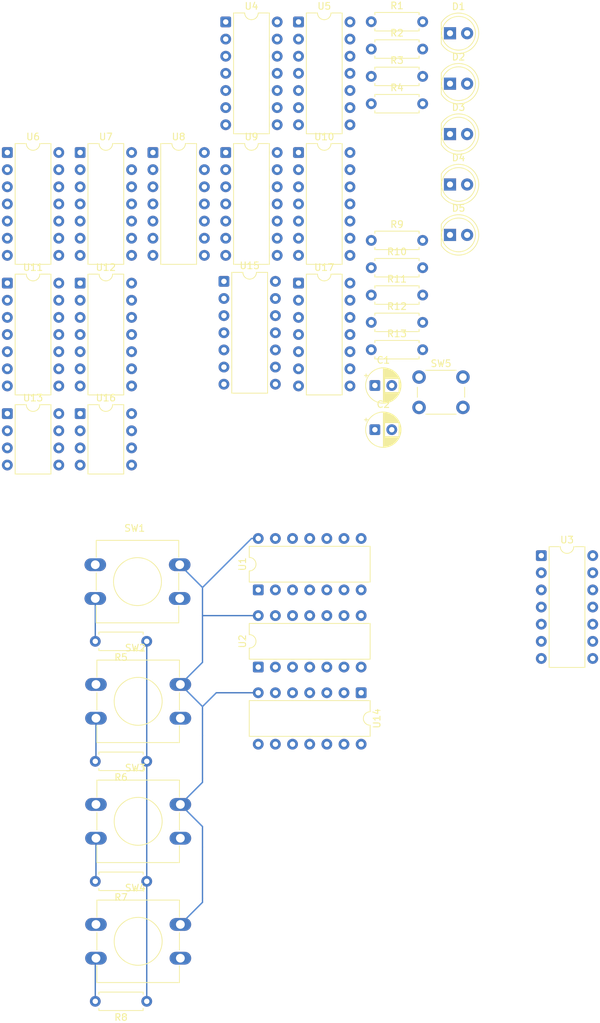
<source format=kicad_pcb>
(kicad_pcb (version 20241229) (generator "pcbnew") (generator_version "9.0")
  (layers (0 "F.Cu" signal) (2 "B.Cu" signal) (13 "F.Paste" user) (15 "B.Paste" user) (5 "F.SilkS" user "F.Silkscreen") (7 "B.SilkS" user "B.Silkscreen") (1 "F.Mask" user) (3 "B.Mask" user) (25 "Edge.Cuts" user))
  (net 0 "")
  (net 1 "Net-(U13-THR)")
  (net 2 "GND")
  (net 3 "Net-(U16-DIS)")
  (net 4 "Net-(D1-A)")
  (net 5 "Net-(D2-A)")
  (net 6 "Net-(D3-A)")
  (net 7 "Net-(D4-A)")
  (net 8 "Net-(D5-A)")
  (net 9 "Net-(U13-DIS)")
  (net 10 "VCC")
  (net 11 "Net-(R4-Pad2)")
  (net 12 "Net-(R5-Pad2)")
  (net 13 "Net-(R6-Pad2)")
  (net 14 "Net-(R7-Pad2)")
  (net 15 "Net-(R8-Pad2)")
  (net 16 "Net-(U1-Pad2)")
  (net 17 "Net-(U1-Pad4)")
  (net 18 "Net-(U1-Pad6)")
  (net 19 "Net-(U1-Pad10)")
  (net 20 "Net-(U2-Pad10)")
  (net 21 "Net-(U2-Pad6)")
  (net 22 "Net-(U2-Pad4)")
  (net 23 "Net-(U2-Pad11)")
  (net 24 "Net-(U2-Pad2)")
  (net 25 "Net-(U4B-C)")
  (net 26 "Net-(U5B-C)")
  (net 27 "Net-(U5A-C)")
  (net 28 "Net-(U4A-C)")
  (net 29 "Net-(U4B-~{Q})")
  (net 30 "Net-(U11A-~{S})")
  (net 31 "Net-(U4A-~{R})")
  (net 32 "Net-(U11A-Q)")
  (net 33 "Net-(U4B-~{R})")
  (net 34 "Net-(U4A-~{Q})")
  (net 35 "Net-(U5B-~{Q})")
  (net 36 "Net-(U5A-~{R})")
  (net 37 "Net-(U5A-~{Q})")
  (net 38 "Net-(U12A-D)")
  (net 39 "Net-(U5B-~{R})")
  (net 40 "Net-(U11A-D)")
  (net 41 "Net-(U6-Pad6)")
  (net 42 "Net-(U6-Pad8)")
  (net 43 "Net-(U6-Pad11)")
  (net 44 "Net-(U6-Pad3)")
  (net 45 "Net-(U15-Pad10)")
  (net 46 "Net-(U15-Pad5)")
  (net 47 "Net-(U15-Pad2)")
  (net 48 "Net-(U8-Pad6)")
  (net 49 "Net-(U8-Pad12)")
  (net 50 "Net-(U10-Pad8)")
  (net 51 "Net-(U8-Pad10)")
  (net 52 "Net-(U10-Pad1)")
  (net 61 "Net-(U9A-~{S})")
  (net 64 "Net-(U10-Pad3)")
  (net 65 "Net-(U10-Pad11)")
  (net 66 "Net-(U16-TR)")
  (net 68 "Net-(U13-R)")
  (net 69 "Net-(U16-Q)")
  (net 71 "Net-(U11A-C)")
  (net 76 "Net-(U14-Pad10)")
  (net 77 "Net-(U14-Pad6)")
  (net 85 "Net-(U17-Pad10)")
  (net 88 "Net-(U17-Pad6)")
  (net 90 "Net-(D1-K)")
  (net 91 "Net-(D2-K)")
  (net 92 "Net-(D3-K)")
  (net 93 "Net-(D4-K)")
  (net 94 "Net-(D5-K)")
  (net 95 "Net-(U1-Pad8)")
  (net 96 "Net-(U1-Pad11)")
  (net 97 "Net-(U2-Pad8)")
  (footprint "Resistor_THT:R_Axial_DIN0207_L6.3mm_D2.5mm_P7.62mm_Horizontal" (layer "F.Cu") (at 85.315 51.32)
    (property "Reference" "R10" (at 3.81 -2.37 0) (layer "F.SilkS"))
    (property "Value" "R_US")
    (pad "1" thru_hole circle (at 0 0) (size 1.6 1.6) (drill 0.8) (layers "*.Cu" "*.Mask") (net 91 "Net-(D2-K)"))
    (pad "2" thru_hole circle (at 7.62 0) (size 1.6 1.6) (drill 0.8) (layers "*.Cu" "*.Mask") (net 2 "GND"))
  )
  (footprint "Button_Switch_THT:SW_PUSH_6mm" (layer "F.Cu") (at 92.395 67.52)
    (property "Reference" "SW5" (at 3.25 -2 0) (layer "F.SilkS"))
    (property "Value" "SW_Push")
    (pad "1" thru_hole circle (at 0 0 90) (size 2 2) (drill 1.1) (layers "*.Cu" "*.Mask") (net 10 "VCC"))
    (pad "1" thru_hole circle (at 6.5 0 90) (size 2 2) (drill 1.1) (layers "*.Cu" "*.Mask") (net 10 "VCC"))
    (pad "2" thru_hole circle (at 0 4.5 90) (size 2 2) (drill 1.1) (layers "*.Cu" "*.Mask") (net 11 "Net-(R4-Pad2)"))
    (pad "2" thru_hole circle (at 6.5 4.5 90) (size 2 2) (drill 1.1) (layers "*.Cu" "*.Mask") (net 11 "Net-(R4-Pad2)"))
  )
  (footprint "Package_DIP:DIP-14_W7.62mm" (layer "F.Cu") (at 74.545 53.6)
    (property "Reference" "U17" (at 3.81 -2.33 0) (layer "F.SilkS"))
    (property "Value" "74LS32")
    (pad "1" thru_hole roundrect (at 0 0) (size 1.6 1.6) (drill 0.8) (layers "*.Cu" "*.Mask") (roundrect_rratio 0.15625) (net 25 "Net-(U4B-C)"))
    (pad "2" thru_hole circle (at 0 2.54) (size 1.6 1.6) (drill 0.8) (layers "*.Cu" "*.Mask") (net 28 "Net-(U4A-C)"))
    (pad "3" thru_hole circle (at 0 5.08) (size 1.6 1.6) (drill 0.8) (layers "*.Cu" "*.Mask") (net 85 "Net-(U17-Pad10)"))
    (pad "4" thru_hole circle (at 0 7.62) (size 1.6 1.6) (drill 0.8) (layers "*.Cu" "*.Mask") (net 26 "Net-(U5B-C)"))
    (pad "5" thru_hole circle (at 0 10.16) (size 1.6 1.6) (drill 0.8) (layers "*.Cu" "*.Mask") (net 27 "Net-(U5A-C)"))
    (pad "6" thru_hole circle (at 0 12.7) (size 1.6 1.6) (drill 0.8) (layers "*.Cu" "*.Mask") (net 88 "Net-(U17-Pad6)"))
    (pad "7" thru_hole circle (at 0 15.24) (size 1.6 1.6) (drill 0.8) (layers "*.Cu" "*.Mask") (net 10 "VCC"))
    (pad "8" thru_hole circle (at 7.62 15.24) (size 1.6 1.6) (drill 0.8) (layers "*.Cu" "*.Mask") (net 65 "Net-(U10-Pad11)"))
    (pad "9" thru_hole circle (at 7.62 12.7) (size 1.6 1.6) (drill 0.8) (layers "*.Cu" "*.Mask") (net 88 "Net-(U17-Pad6)"))
    (pad "10" thru_hole circle (at 7.62 10.16) (size 1.6 1.6) (drill 0.8) (layers "*.Cu" "*.Mask") (net 85 "Net-(U17-Pad10)"))
    (pad "11" thru_hole circle (at 7.62 7.62) (size 1.6 1.6) (drill 0.8) (layers "*.Cu" "*.Mask"))
    (pad "12" thru_hole circle (at 7.62 5.08) (size 1.6 1.6) (drill 0.8) (layers "*.Cu" "*.Mask"))
    (pad "13" thru_hole circle (at 7.62 2.54) (size 1.6 1.6) (drill 0.8) (layers "*.Cu" "*.Mask"))
    (pad "14" thru_hole circle (at 7.62 0) (size 1.6 1.6) (drill 0.8) (layers "*.Cu" "*.Mask") (net 2 "GND"))
  )
  (footprint "Package_DIP:DIP-14_W7.62mm" (layer "F.Cu") (at 68.58 110.49 90)
    (property "Reference" "U2" (at 3.81 -2.33 90) (layer "F.SilkS"))
    (property "Value" "74LS04")
    (pad "1" thru_hole roundrect (at 0 0 90) (size 1.6 1.6) (drill 0.8) (layers "*.Cu" "*.Mask") (roundrect_rratio 0.15625) (net 14 "Net-(R7-Pad2)"))
    (pad "2" thru_hole circle (at 0 2.54 90) (size 1.6 1.6) (drill 0.8) (layers "*.Cu" "*.Mask") (net 24 "Net-(U2-Pad2)"))
    (pad "3" thru_hole circle (at 0 5.08 90) (size 1.6 1.6) (drill 0.8) (layers "*.Cu" "*.Mask") (net 24 "Net-(U2-Pad2)"))
    (pad "4" thru_hole circle (at 0 7.62 90) (size 1.6 1.6) (drill 0.8) (layers "*.Cu" "*.Mask") (net 22 "Net-(U2-Pad4)"))
    (pad "5" thru_hole circle (at 0 10.16 90) (size 1.6 1.6) (drill 0.8) (layers "*.Cu" "*.Mask") (net 22 "Net-(U2-Pad4)"))
    (pad "6" thru_hole circle (at 0 12.7 90) (size 1.6 1.6) (drill 0.8) (layers "*.Cu" "*.Mask") (net 21 "Net-(U2-Pad6)"))
    (pad "7" thru_hole circle (at 0 15.24 90) (size 1.6 1.6) (drill 0.8) (layers "*.Cu" "*.Mask") (net 2 "GND"))
    (pad "8" thru_hole circle (at 7.62 15.24 90) (size 1.6 1.6) (drill 0.8) (layers "*.Cu" "*.Mask") (net 97 "Net-(U2-Pad8)"))
    (pad "9" thru_hole circle (at 7.62 12.7 90) (size 1.6 1.6) (drill 0.8) (layers "*.Cu" "*.Mask") (net 20 "Net-(U2-Pad10)"))
    (pad "10" thru_hole circle (at 7.62 10.16 90) (size 1.6 1.6) (drill 0.8) (layers "*.Cu" "*.Mask") (net 20 "Net-(U2-Pad10)"))
    (pad "11" thru_hole circle (at 7.62 7.62 90) (size 1.6 1.6) (drill 0.8) (layers "*.Cu" "*.Mask") (net 23 "Net-(U2-Pad11)"))
    (pad "12" thru_hole circle (at 7.62 5.08 90) (size 1.6 1.6) (drill 0.8) (layers "*.Cu" "*.Mask") (net 23 "Net-(U2-Pad11)"))
    (pad "13" thru_hole circle (at 7.62 2.54 90) (size 1.6 1.6) (drill 0.8) (layers "*.Cu" "*.Mask") (net 15 "Net-(R8-Pad2)"))
    (pad "14" thru_hole circle (at 7.62 0 90) (size 1.6 1.6) (drill 0.8) (layers "*.Cu" "*.Mask") (net 10 "VCC"))
  )
  (footprint "Resistor_THT:R_Axial_DIN0207_L6.3mm_D2.5mm_P7.62mm_Horizontal" (layer "F.Cu") (at 52.07 106.68 180)
    (property "Reference" "R5" (at 3.81 -2.37 0) (layer "F.SilkS"))
    (property "Value" "R_US")
    (pad "1" thru_hole circle (at 0 0 180) (size 1.6 1.6) (drill 0.8) (layers "*.Cu" "*.Mask") (net 2 "GND"))
    (pad "2" thru_hole circle (at 7.62 0 180) (size 1.6 1.6) (drill 0.8) (layers "*.Cu" "*.Mask") (net 12 "Net-(R5-Pad2)"))
  )
  (footprint "Package_DIP:DIP-8_W7.62mm" (layer "F.Cu") (at 42.205 72.94)
    (property "Reference" "U16" (at 3.81 -2.33 0) (layer "F.SilkS"))
    (property "Value" "LM555xN")
    (pad "1" thru_hole roundrect (at 0 0) (size 1.6 1.6) (drill 0.8) (layers "*.Cu" "*.Mask") (roundrect_rratio 0.15625) (net 2 "GND"))
    (pad "2" thru_hole circle (at 0 2.54) (size 1.6 1.6) (drill 0.8) (layers "*.Cu" "*.Mask") (net 66 "Net-(U16-TR)"))
    (pad "3" thru_hole circle (at 0 5.08) (size 1.6 1.6) (drill 0.8) (layers "*.Cu" "*.Mask") (net 69 "Net-(U16-Q)"))
    (pad "4" thru_hole circle (at 0 7.62) (size 1.6 1.6) (drill 0.8) (layers "*.Cu" "*.Mask") (net 10 "VCC"))
    (pad "5" thru_hole circle (at 7.62 7.62) (size 1.6 1.6) (drill 0.8) (layers "*.Cu" "*.Mask"))
    (pad "6" thru_hole circle (at 7.62 5.08) (size 1.6 1.6) (drill 0.8) (layers "*.Cu" "*.Mask") (net 3 "Net-(U16-DIS)"))
    (pad "7" thru_hole circle (at 7.62 2.54) (size 1.6 1.6) (drill 0.8) (layers "*.Cu" "*.Mask") (net 3 "Net-(U16-DIS)"))
    (pad "8" thru_hole circle (at 7.62 0) (size 1.6 1.6) (drill 0.8) (layers "*.Cu" "*.Mask") (net 10 "VCC"))
  )
  (footprint "Resistor_THT:R_Axial_DIN0207_L6.3mm_D2.5mm_P7.62mm_Horizontal" (layer "F.Cu") (at 85.315 63.47)
    (property "Reference" "R13" (at 3.81 -2.37 0) (layer "F.SilkS"))
    (property "Value" "R_US")
    (pad "1" thru_hole circle (at 0 0) (size 1.6 1.6) (drill 0.8) (layers "*.Cu" "*.Mask") (net 94 "Net-(D5-K)"))
    (pad "2" thru_hole circle (at 7.62 0) (size 1.6 1.6) (drill 0.8) (layers "*.Cu" "*.Mask") (net 2 "GND"))
  )
  (footprint "Package_DIP:DIP-14_W7.62mm" (layer "F.Cu") (at 74.545 34.25)
    (property "Reference" "U10" (at 3.81 -2.33 0) (layer "F.SilkS"))
    (property "Value" "74LS04")
    (pad "1" thru_hole roundrect (at 0 0) (size 1.6 1.6) (drill 0.8) (layers "*.Cu" "*.Mask") (roundrect_rratio 0.15625) (net 52 "Net-(U10-Pad1)"))
    (pad "2" thru_hole circle (at 0 2.54) (size 1.6 1.6) (drill 0.8) (layers "*.Cu" "*.Mask") (net 61 "Net-(U9A-~{S})"))
    (pad "3" thru_hole circle (at 0 5.08) (size 1.6 1.6) (drill 0.8) (layers "*.Cu" "*.Mask") (net 64 "Net-(U10-Pad3)"))
    (pad "4" thru_hole circle (at 0 7.62) (size 1.6 1.6) (drill 0.8) (layers "*.Cu" "*.Mask") (net 68 "Net-(U13-R)"))
    (pad "5" thru_hole circle (at 0 10.16) (size 1.6 1.6) (drill 0.8) (layers "*.Cu" "*.Mask") (net 11 "Net-(R4-Pad2)"))
    (pad "6" thru_hole circle (at 0 12.7) (size 1.6 1.6) (drill 0.8) (layers "*.Cu" "*.Mask") (net 30 "Net-(U11A-~{S})"))
    (pad "7" thru_hole circle (at 0 15.24) (size 1.6 1.6) (drill 0.8) (layers "*.Cu" "*.Mask") (net 2 "GND"))
    (pad "8" thru_hole circle (at 7.62 15.24) (size 1.6 1.6) (drill 0.8) (layers "*.Cu" "*.Mask") (net 50 "Net-(U10-Pad8)"))
    (pad "9" thru_hole circle (at 7.62 12.7) (size 1.6 1.6) (drill 0.8) (layers "*.Cu" "*.Mask") (net 69 "Net-(U16-Q)"))
    (pad "10" thru_hole circle (at 7.62 10.16) (size 1.6 1.6) (drill 0.8) (layers "*.Cu" "*.Mask") (net 66 "Net-(U16-TR)"))
    (pad "11" thru_hole circle (at 7.62 7.62) (size 1.6 1.6) (drill 0.8) (layers "*.Cu" "*.Mask") (net 65 "Net-(U10-Pad11)"))
    (pad "12" thru_hole circle (at 7.62 5.08) (size 1.6 1.6) (drill 0.8) (layers "*.Cu" "*.Mask"))
    (pad "13" thru_hole circle (at 7.62 2.54) (size 1.6 1.6) (drill 0.8) (layers "*.Cu" "*.Mask"))
    (pad "14" thru_hole circle (at 7.62 0) (size 1.6 1.6) (drill 0.8) (layers "*.Cu" "*.Mask") (net 10 "VCC"))
  )
  (footprint "Package_DIP:DIP-14_W7.62mm" (layer "F.Cu") (at 83.82 114.3 -90)
    (property "Reference" "U14" (at 3.81 -2.33 90) (layer "F.SilkS"))
    (property "Value" "74LS32")
    (pad "1" thru_hole roundrect (at 0 0 270) (size 1.6 1.6) (drill 0.8) (layers "*.Cu" "*.Mask") (roundrect_rratio 0.15625) (net 13 "Net-(R6-Pad2)"))
    (pad "2" thru_hole circle (at 0 2.54 270) (size 1.6 1.6) (drill 0.8) (layers "*.Cu" "*.Mask") (net 12 "Net-(R5-Pad2)"))
    (pad "3" thru_hole circle (at 0 5.08 270) (size 1.6 1.6) (drill 0.8) (layers "*.Cu" "*.Mask") (net 76 "Net-(U14-Pad10)"))
    (pad "4" thru_hole circle (at 0 7.62 270) (size 1.6 1.6) (drill 0.8) (layers "*.Cu" "*.Mask") (net 15 "Net-(R8-Pad2)"))
    (pad "5" thru_hole circle (at 0 10.16 270) (size 1.6 1.6) (drill 0.8) (layers "*.Cu" "*.Mask") (net 14 "Net-(R7-Pad2)"))
    (pad "6" thru_hole circle (at 0 12.7 270) (size 1.6 1.6) (drill 0.8) (layers "*.Cu" "*.Mask") (net 77 "Net-(U14-Pad6)"))
    (pad "7" thru_hole circle (at 0 15.24 270) (size 1.6 1.6) (drill 0.8) (layers "*.Cu" "*.Mask") (net 10 "VCC"))
    (pad "8" thru_hole circle (at 7.62 15.24 270) (size 1.6 1.6) (drill 0.8) (layers "*.Cu" "*.Mask") (net 64 "Net-(U10-Pad3)"))
    (pad "9" thru_hole circle (at 7.62 12.7 270) (size 1.6 1.6) (drill 0.8) (layers "*.Cu" "*.Mask") (net 77 "Net-(U14-Pad6)"))
    (pad "10" thru_hole circle (at 7.62 10.16 270) (size 1.6 1.6) (drill 0.8) (layers "*.Cu" "*.Mask") (net 76 "Net-(U14-Pad10)"))
    (pad "11" thru_hole circle (at 7.62 7.62 270) (size 1.6 1.6) (drill 0.8) (layers "*.Cu" "*.Mask"))
    (pad "12" thru_hole circle (at 7.62 5.08 270) (size 1.6 1.6) (drill 0.8) (layers "*.Cu" "*.Mask"))
    (pad "13" thru_hole circle (at 7.62 2.54 270) (size 1.6 1.6) (drill 0.8) (layers "*.Cu" "*.Mask"))
    (pad "14" thru_hole circle (at 7.62 0 270) (size 1.6 1.6) (drill 0.8) (layers "*.Cu" "*.Mask") (net 2 "GND"))
  )
  (footprint "LED_THT:LED_D5.0mm" (layer "F.Cu") (at 96.975 46.46)
    (property "Reference" "D5" (at 1.27 -3.96 0) (layer "F.SilkS"))
    (property "Value" "LED")
    (pad "1" thru_hole rect (at 0 0) (size 1.8 1.8) (drill 0.9) (layers "*.Cu" "*.Mask") (net 94 "Net-(D5-K)"))
    (pad "2" thru_hole circle (at 2.54 0) (size 1.8 1.8) (drill 0.9) (layers "*.Cu" "*.Mask") (net 8 "Net-(D5-A)"))
  )
  (footprint "Package_DIP:DIP-14_W7.62mm" (layer "F.Cu") (at 42.205 53.6)
    (property "Reference" "U12" (at 3.81 -2.33 0) (layer "F.SilkS"))
    (property "Value" "74LS74")
    (pad "1" thru_hole roundrect (at 0 0) (size 1.6 1.6) (drill 0.8) (layers "*.Cu" "*.Mask") (roundrect_rratio 0.15625) (net 30 "Net-(U11A-~{S})"))
    (pad "2" thru_hole circle (at 0 2.54) (size 1.6 1.6) (drill 0.8) (layers "*.Cu" "*.Mask") (net 38 "Net-(U12A-D)"))
    (pad "3" thru_hole circle (at 0 5.08) (size 1.6 1.6) (drill 0.8) (layers "*.Cu" "*.Mask") (net 71 "Net-(U11A-C)"))
    (pad "4" thru_hole circle (at 0 7.62) (size 1.6 1.6) (drill 0.8) (layers "*.Cu" "*.Mask") (net 10 "VCC"))
    (pad "5" thru_hole circle (at 0 10.16) (size 1.6 1.6) (drill 0.8) (layers "*.Cu" "*.Mask") (net 40 "Net-(U11A-D)"))
    (pad "6" thru_hole circle (at 0 12.7) (size 1.6 1.6) (drill 0.8) (layers "*.Cu" "*.Mask"))
    (pad "7" thru_hole circle (at 0 15.24) (size 1.6 1.6) (drill 0.8) (layers "*.Cu" "*.Mask") (net 10 "VCC"))
    (pad "8" thru_hole circle (at 7.62 15.24) (size 1.6 1.6) (drill 0.8) (layers "*.Cu" "*.Mask"))
    (pad "9" thru_hole circle (at 7.62 12.7) (size 1.6 1.6) (drill 0.8) (layers "*.Cu" "*.Mask") (net 38 "Net-(U12A-D)"))
    (pad "10" thru_hole circle (at 7.62 10.16) (size 1.6 1.6) (drill 0.8) (layers "*.Cu" "*.Mask") (net 10 "VCC"))
    (pad "11" thru_hole circle (at 7.62 7.62) (size 1.6 1.6) (drill 0.8) (layers "*.Cu" "*.Mask") (net 71 "Net-(U11A-C)"))
    (pad "12" thru_hole circle (at 7.62 5.08) (size 1.6 1.6) (drill 0.8) (layers "*.Cu" "*.Mask") (net 30 "Net-(U11A-~{S})"))
    (pad "13" thru_hole circle (at 7.62 2.54) (size 1.6 1.6) (drill 0.8) (layers "*.Cu" "*.Mask") (net 30 "Net-(U11A-~{S})"))
    (pad "14" thru_hole circle (at 7.62 0) (size 1.6 1.6) (drill 0.8) (layers "*.Cu" "*.Mask") (net 2 "GND"))
  )
  (footprint "Button_Switch_THT:SW_PUSH-12mm" (layer "F.Cu") (at 44.55 130.85)
    (property "Reference" "SW3" (at 5.83 -5.41 0) (layer "F.SilkS"))
    (property "Value" "SW_Push")
    (pad "1" thru_hole oval (at 0 0) (size 3.2 1.9) (drill 1.3) (layers "*.Cu" "*.Mask") (net 10 "VCC"))
    (pad "1" thru_hole oval (at 12.5 0) (size 3.2 1.9) (drill 1.3) (layers "*.Cu" "*.Mask") (net 10 "VCC"))
    (pad "2" thru_hole oval (at 0 5) (size 3.2 1.9) (drill 1.3) (layers "*.Cu" "*.Mask") (net 14 "Net-(R7-Pad2)"))
    (pad "2" thru_hole oval (at 12.5 5) (size 3.2 1.9) (drill 1.3) (layers "*.Cu" "*.Mask") (net 14 "Net-(R7-Pad2)"))
  )
  (footprint "Package_DIP:DIP-14_W7.62mm" (layer "F.Cu") (at 52.985 34.25)
    (property "Reference" "U8" (at 3.81 -2.33 0) (layer "F.SilkS"))
    (property "Value" "74LS32")
    (pad "1" thru_hole roundrect (at 0 0) (size 1.6 1.6) (drill 0.8) (layers "*.Cu" "*.Mask") (roundrect_rratio 0.15625) (net 42 "Net-(U6-Pad8)"))
    (pad "2" thru_hole circle (at 0 2.54) (size 1.6 1.6) (drill 0.8) (layers "*.Cu" "*.Mask") (net 43 "Net-(U6-Pad11)"))
    (pad "3" thru_hole circle (at 0 5.08) (size 1.6 1.6) (drill 0.8) (layers "*.Cu" "*.Mask") (net 51 "Net-(U8-Pad10)"))
    (pad "4" thru_hole circle (at 0 7.62) (size 1.6 1.6) (drill 0.8) (layers "*.Cu" "*.Mask") (net 44 "Net-(U6-Pad3)"))
    (pad "5" thru_hole circle (at 0 10.16) (size 1.6 1.6) (drill 0.8) (layers "*.Cu" "*.Mask") (net 41 "Net-(U6-Pad6)"))
    (pad "6" thru_hole circle (at 0 12.7) (size 1.6 1.6) (drill 0.8) (layers "*.Cu" "*.Mask") (net 48 "Net-(U8-Pad6)"))
    (pad "7" thru_hole circle (at 0 15.24) (size 1.6 1.6) (drill 0.8) (layers "*.Cu" "*.Mask") (net 10 "VCC"))
    (pad "8" thru_hole circle (at 7.62 15.24) (size 1.6 1.6) (drill 0.8) (layers "*.Cu" "*.Mask") (net 49 "Net-(U8-Pad12)"))
    (pad "9" thru_hole circle (at 7.62 12.7) (size 1.6 1.6) (drill 0.8) (layers "*.Cu" "*.Mask") (net 48 "Net-(U8-Pad6)"))
    (pad "10" thru_hole circle (at 7.62 10.16) (size 1.6 1.6) (drill 0.8) (layers "*.Cu" "*.Mask") (net 51 "Net-(U8-Pad10)"))
    (pad "11" thru_hole circle (at 7.62 7.62) (size 1.6 1.6) (drill 0.8) (layers "*.Cu" "*.Mask") (net 52 "Net-(U10-Pad1)"))
    (pad "12" thru_hole circle (at 7.62 5.08) (size 1.6 1.6) (drill 0.8) (layers "*.Cu" "*.Mask") (net 49 "Net-(U8-Pad12)"))
    (pad "13" thru_hole circle (at 7.62 2.54) (size 1.6 1.6) (drill 0.8) (layers "*.Cu" "*.Mask") (net 50 "Net-(U10-Pad8)"))
    (pad "14" thru_hole circle (at 7.62 0) (size 1.6 1.6) (drill 0.8) (layers "*.Cu" "*.Mask") (net 2 "GND"))
  )
  (footprint "Resistor_THT:R_Axial_DIN0207_L6.3mm_D2.5mm_P7.62mm_Horizontal" (layer "F.Cu") (at 85.315 55.37)
    (property "Reference" "R11" (at 3.81 -2.37 0) (layer "F.SilkS"))
    (property "Value" "R_US")
    (pad "1" thru_hole circle (at 0 0) (size 1.6 1.6) (drill 0.8) (layers "*.Cu" "*.Mask") (net 92 "Net-(D3-K)"))
    (pad "2" thru_hole circle (at 7.62 0) (size 1.6 1.6) (drill 0.8) (layers "*.Cu" "*.Mask") (net 2 "GND"))
  )
  (footprint "Package_DIP:DIP-14_W7.62mm" (layer "F.Cu") (at 68.58 99.06 90)
    (property "Reference" "U1" (at 3.81 -2.33 90) (layer "F.SilkS"))
    (property "Value" "74LS04")
    (pad "1" thru_hole roundrect (at 0 0 90) (size 1.6 1.6) (drill 0.8) (layers "*.Cu" "*.Mask") (roundrect_rratio 0.15625) (net 12 "Net-(R5-Pad2)"))
    (pad "2" thru_hole circle (at 0 2.54 90) (size 1.6 1.6) (drill 0.8) (layers "*.Cu" "*.Mask") (net 16 "Net-(U1-Pad2)"))
    (pad "3" thru_hole circle (at 0 5.08 90) (size 1.6 1.6) (drill 0.8) (layers "*.Cu" "*.Mask") (net 16 "Net-(U1-Pad2)"))
    (pad "4" thru_hole circle (at 0 7.62 90) (size 1.6 1.6) (drill 0.8) (layers "*.Cu" "*.Mask") (net 17 "Net-(U1-Pad4)"))
    (pad "5" thru_hole circle (at 0 10.16 90) (size 1.6 1.6) (drill 0.8) (layers "*.Cu" "*.Mask") (net 17 "Net-(U1-Pad4)"))
    (pad "6" thru_hole circle (at 0 12.7 90) (size 1.6 1.6) (drill 0.8) (layers "*.Cu" "*.Mask") (net 18 "Net-(U1-Pad6)"))
    (pad "7" thru_hole circle (at 0 15.24 90) (size 1.6 1.6) (drill 0.8) (layers "*.Cu" "*.Mask") (net 2 "GND"))
    (pad "8" thru_hole circle (at 7.62 15.24 90) (size 1.6 1.6) (drill 0.8) (layers "*.Cu" "*.Mask") (net 95 "Net-(U1-Pad8)"))
    (pad "9" thru_hole circle (at 7.62 12.7 90) (size 1.6 1.6) (drill 0.8) (layers "*.Cu" "*.Mask") (net 19 "Net-(U1-Pad10)"))
    (pad "10" thru_hole circle (at 7.62 10.16 90) (size 1.6 1.6) (drill 0.8) (layers "*.Cu" "*.Mask") (net 19 "Net-(U1-Pad10)"))
    (pad "11" thru_hole circle (at 7.62 7.62 90) (size 1.6 1.6) (drill 0.8) (layers "*.Cu" "*.Mask") (net 96 "Net-(U1-Pad11)"))
    (pad "12" thru_hole circle (at 7.62 5.08 90) (size 1.6 1.6) (drill 0.8) (layers "*.Cu" "*.Mask") (net 96 "Net-(U1-Pad11)"))
    (pad "13" thru_hole circle (at 7.62 2.54 90) (size 1.6 1.6) (drill 0.8) (layers "*.Cu" "*.Mask") (net 13 "Net-(R6-Pad2)"))
    (pad "14" thru_hole circle (at 7.62 0 90) (size 1.6 1.6) (drill 0.8) (layers "*.Cu" "*.Mask") (net 10 "VCC"))
  )
  (footprint "Package_DIP:DIP-8_W7.62mm" (layer "F.Cu") (at 31.425 72.94)
    (property "Reference" "U13" (at 3.81 -2.33 0) (layer "F.SilkS"))
    (property "Value" "LM555xN")
    (pad "1" thru_hole roundrect (at 0 0) (size 1.6 1.6) (drill 0.8) (layers "*.Cu" "*.Mask") (roundrect_rratio 0.15625) (net 2 "GND"))
    (pad "2" thru_hole circle (at 0 2.54) (size 1.6 1.6) (drill 0.8) (layers "*.Cu" "*.Mask") (net 1 "Net-(U13-THR)"))
    (pad "3" thru_hole circle (at 0 5.08) (size 1.6 1.6) (drill 0.8) (layers "*.Cu" "*.Mask") (net 71 "Net-(U11A-C)"))
    (pad "4" thru_hole circle (at 0 7.62) (size 1.6 1.6) (drill 0.8) (layers "*.Cu" "*.Mask") (net 68 "Net-(U13-R)"))
    (pad "5" thru_hole circle (at 7.62 7.62) (size 1.6 1.6) (drill 0.8) (layers "*.Cu" "*.Mask"))
    (pad "6" thru_hole circle (at 7.62 5.08) (size 1.6 1.6) (drill 0.8) (layers "*.Cu" "*.Mask") (net 1 "Net-(U13-THR)"))
    (pad "7" thru_hole circle (at 7.62 2.54) (size 1.6 1.6) (drill 0.8) (layers "*.Cu" "*.Mask") (net 9 "Net-(U13-DIS)"))
    (pad "8" thru_hole circle (at 7.62 0) (size 1.6 1.6) (drill 0.8) (layers "*.Cu" "*.Mask") (net 10 "VCC"))
  )
  (footprint "Package_DIP:DIP-14_W7.62mm" (layer "F.Cu") (at 63.765 14.9)
    (property "Reference" "U4" (at 3.81 -2.33 0) (layer "F.SilkS"))
    (property "Value" "74LS74")
    (pad "1" thru_hole roundrect (at 0 0) (size 1.6 1.6) (drill 0.8) (layers "*.Cu" "*.Mask") (roundrect_rratio 0.15625) (net 31 "Net-(U4A-~{R})"))
    (pad "2" thru_hole circle (at 0 2.54) (size 1.6 1.6) (drill 0.8) (layers "*.Cu" "*.Mask") (net 32 "Net-(U11A-Q)"))
    (pad "3" thru_hole circle (at 0 5.08) (size 1.6 1.6) (drill 0.8) (layers "*.Cu" "*.Mask") (net 28 "Net-(U4A-C)"))
    (pad "4" thru_hole circle (at 0 7.62) (size 1.6 1.6) (drill 0.8) (layers "*.Cu" "*.Mask") (net 30 "Net-(U11A-~{S})"))
    (pad "5" thru_hole circle (at 0 10.16) (size 1.6 1.6) (drill 0.8) (layers "*.Cu" "*.Mask") (net 4 "Net-(D1-A)"))
    (pad "6" thru_hole circle (at 0 12.7) (size 1.6 1.6) (drill 0.8) (layers "*.Cu" "*.Mask") (net 34 "Net-(U4A-~{Q})"))
    (pad "7" thru_hole circle (at 0 15.24) (size 1.6 1.6) (drill 0.8) (layers "*.Cu" "*.Mask") (net 10 "VCC"))
    (pad "8" thru_hole circle (at 7.62 15.24) (size 1.6 1.6) (drill 0.8) (layers "*.Cu" "*.Mask") (net 29 "Net-(U4B-~{Q})"))
    (pad "9" thru_hole circle (at 7.62 12.7) (size 1.6 1.6) (drill 0.8) (layers "*.Cu" "*.Mask") (net 5 "Net-(D2-A)"))
    (pad "10" thru_hole circle (at 7.62 10.16) (size 1.6 1.6) (drill 0.8) (layers "*.Cu" "*.Mask") (net 10 "VCC"))
    (pad "11" thru_hole circle (at 7.62 7.62) (size 1.6 1.6) (drill 0.8) (layers "*.Cu" "*.Mask") (net 25 "Net-(U4B-C)"))
    (pad "12" thru_hole circle (at 7.62 5.08) (size 1.6 1.6) (drill 0.8) (layers "*.Cu" "*.Mask") (net 30 "Net-(U11A-~{S})"))
    (pad "13" thru_hole circle (at 7.62 2.54) (size 1.6 1.6) (drill 0.8) (layers "*.Cu" "*.Mask") (net 33 "Net-(U4B-~{R})"))
    (pad "14" thru_hole circle (at 7.62 0) (size 1.6 1.6) (drill 0.8) (layers "*.Cu" "*.Mask") (net 2 "GND"))
  )
  (footprint "LED_THT:LED_D5.0mm" (layer "F.Cu") (at 96.975 38.99)
    (property "Reference" "D4" (at 1.27 -3.96 0) (layer "F.SilkS"))
    (property "Value" "LED")
    (pad "1" thru_hole rect (at 0 0) (size 1.8 1.8) (drill 0.9) (layers "*.Cu" "*.Mask") (net 93 "Net-(D4-K)"))
    (pad "2" thru_hole circle (at 2.54 0) (size 1.8 1.8) (drill 0.9) (layers "*.Cu" "*.Mask") (net 7 "Net-(D4-A)"))
  )
  (footprint "Package_DIP:DIP-14_W7.62mm" (layer "F.Cu") (at 31.425 53.6)
    (property "Reference" "U11" (at 3.81 -2.33 0) (layer "F.SilkS"))
    (property "Value" "74LS74")
    (pad "1" thru_hole roundrect (at 0 0) (size 1.6 1.6) (drill 0.8) (layers "*.Cu" "*.Mask") (roundrect_rratio 0.15625) (net 10 "VCC"))
    (pad "2" thru_hole circle (at 0 2.54) (size 1.6 1.6) (drill 0.8) (layers "*.Cu" "*.Mask") (net 40 "Net-(U11A-D)"))
    (pad "3" thru_hole circle (at 0 5.08) (size 1.6 1.6) (drill 0.8) (layers "*.Cu" "*.Mask") (net 71 "Net-(U11A-C)"))
    (pad "4" thru_hole circle (at 0 7.62) (size 1.6 1.6) (drill 0.8) (layers "*.Cu" "*.Mask") (net 30 "Net-(U11A-~{S})"))
    (pad "5" thru_hole circle (at 0 10.16) (size 1.6 1.6) (drill 0.8) (layers "*.Cu" "*.Mask") (net 32 "Net-(U11A-Q)"))
    (pad "6" thru_hole circle (at 0 12.7) (size 1.6 1.6) (drill 0.8) (layers "*.Cu" "*.Mask"))
    (pad "7" thru_hole circle (at 0 15.24) (size 1.6 1.6) (drill 0.8) (layers "*.Cu" "*.Mask") (net 10 "VCC"))
    (pad "8" thru_hole circle (at 7.62 15.24) (size 1.6 1.6) (drill 0.8) (layers "*.Cu" "*.Mask"))
    (pad "9" thru_hole circle (at 7.62 12.7) (size 1.6 1.6) (drill 0.8) (layers "*.Cu" "*.Mask") (net 30 "Net-(U11A-~{S})"))
    (pad "10" thru_hole circle (at 7.62 10.16) (size 1.6 1.6) (drill 0.8) (layers "*.Cu" "*.Mask") (net 10 "VCC"))
    (pad "11" thru_hole circle (at 7.62 7.62) (size 1.6 1.6) (drill 0.8) (layers "*.Cu" "*.Mask") (net 71 "Net-(U11A-C)"))
    (pad "12" thru_hole circle (at 7.62 5.08) (size 1.6 1.6) (drill 0.8) (layers "*.Cu" "*.Mask") (net 32 "Net-(U11A-Q)"))
    (pad "13" thru_hole circle (at 7.62 2.54) (size 1.6 1.6) (drill 0.8) (layers "*.Cu" "*.Mask") (net 30 "Net-(U11A-~{S})"))
    (pad "14" thru_hole circle (at 7.62 0) (size 1.6 1.6) (drill 0.8) (layers "*.Cu" "*.Mask") (net 2 "GND"))
  )
  (footprint "Button_Switch_THT:SW_PUSH-12mm" (layer "F.Cu") (at 44.55 113.07)
    (property "Reference" "SW2" (at 5.83 -5.41 0) (layer "F.SilkS"))
    (property "Value" "SW_Push")
    (pad "1" thru_hole oval (at 0 0) (size 3.2 1.9) (drill 1.3) (layers "*.Cu" "*.Mask") (net 10 "VCC"))
    (pad "1" thru_hole oval (at 12.5 0) (size 3.2 1.9) (drill 1.3) (layers "*.Cu" "*.Mask") (net 10 "VCC"))
    (pad "2" thru_hole oval (at 0 5) (size 3.2 1.9) (drill 1.3) (layers "*.Cu" "*.Mask") (net 13 "Net-(R6-Pad2)"))
    (pad "2" thru_hole oval (at 12.5 5) (size 3.2 1.9) (drill 1.3) (layers "*.Cu" "*.Mask") (net 13 "Net-(R6-Pad2)"))
  )
  (footprint "Button_Switch_THT:SW_PUSH-12mm" (layer "F.Cu") (at 44.55 148.63)
    (property "Reference" "SW4" (at 5.83 -5.41 0) (layer "F.SilkS"))
    (property "Value" "SW_Push")
    (pad "1" thru_hole oval (at 0 0) (size 3.2 1.9) (drill 1.3) (layers "*.Cu" "*.Mask") (net 10 "VCC"))
    (pad "1" thru_hole oval (at 12.5 0) (size 3.2 1.9) (drill 1.3) (layers "*.Cu" "*.Mask") (net 10 "VCC"))
    (pad "2" thru_hole oval (at 0 5) (size 3.2 1.9) (drill 1.3) (layers "*.Cu" "*.Mask") (net 15 "Net-(R8-Pad2)"))
    (pad "2" thru_hole oval (at 12.5 5) (size 3.2 1.9) (drill 1.3) (layers "*.Cu" "*.Mask") (net 15 "Net-(R8-Pad2)"))
  )
  (footprint "Package_DIP:DIP-14_W7.62mm" (layer "F.Cu") (at 110.495 93.98)
    (property "Reference" "U3" (at 3.81 -2.33 0) (layer "F.SilkS"))
    (property "Value" "74LS08")
    (pad "1" thru_hole roundrect (at 0 0) (size 1.6 1.6) (drill 0.8) (layers "*.Cu" "*.Mask") (roundrect_rratio 0.15625) (net 18 "Net-(U1-Pad6)"))
    (pad "2" thru_hole circle (at 0 2.54) (size 1.6 1.6) (drill 0.8) (layers "*.Cu" "*.Mask") (net 12 "Net-(R5-Pad2)"))
    (pad "3" thru_hole circle (at 0 5.08) (size 1.6 1.6) (drill 0.8) (layers "*.Cu" "*.Mask") (net 28 "Net-(U4A-C)"))
    (pad "4" thru_hole circle (at 0 7.62) (size 1.6 1.6) (drill 0.8) (layers "*.Cu" "*.Mask") (net 95 "Net-(U1-Pad8)"))
    (pad "5" thru_hole circle (at 0 10.16) (size 1.6 1.6) (drill 0.8) (layers "*.Cu" "*.Mask") (net 13 "Net-(R6-Pad2)"))
    (pad "6" thru_hole circle (at 0 12.7) (size 1.6 1.6) (drill 0.8) (layers "*.Cu" "*.Mask") (net 25 "Net-(U4B-C)"))
    (pad "7" thru_hole circle (at 0 15.24) (size 1.6 1.6) (drill 0.8) (layers "*.Cu" "*.Mask") (net 2 "GND"))
    (pad "8" thru_hole circle (at 7.62 15.24) (size 1.6 1.6) (drill 0.8) (layers "*.Cu" "*.Mask") (net 27 "Net-(U5A-C)"))
    (pad "9" thru_hole circle (at 7.62 12.7) (size 1.6 1.6) (drill 0.8) (layers "*.Cu" "*.Mask") (net 21 "Net-(U2-Pad6)"))
    (pad "10" thru_hole circle (at 7.62 10.16) (size 1.6 1.6) (drill 0.8) (layers "*.Cu" "*.Mask") (net 14 "Net-(R7-Pad2)"))
    (pad "11" thru_hole circle (at 7.62 7.62) (size 1.6 1.6) (drill 0.8) (layers "*.Cu" "*.Mask") (net 26 "Net-(U5B-C)"))
    (pad "12" thru_hole circle (at 7.62 5.08) (size 1.6 1.6) (drill 0.8) (layers "*.Cu" "*.Mask") (net 97 "Net-(U2-Pad8)"))
    (pad "13" thru_hole circle (at 7.62 2.54) (size 1.6 1.6) (drill 0.8) (layers "*.Cu" "*.Mask") (net 15 "Net-(R8-Pad2)"))
    (pad "14" thru_hole circle (at 7.62 0) (size 1.6 1.6) (drill 0.8) (layers "*.Cu" "*.Mask") (net 10 "VCC"))
  )
  (footprint "Package_DIP:DIP-14_W7.62mm" (layer "F.Cu") (at 63.765 34.25)
    (property "Reference" "U9" (at 3.81 -2.33 0) (layer "F.SilkS"))
    (property "Value" "74LS74")
    (pad "1" thru_hole roundrect (at 0 0) (size 1.6 1.6) (drill 0.8) (layers "*.Cu" "*.Mask") (roundrect_rratio 0.15625) (net 30 "Net-(U11A-~{S})"))
    (pad "2" thru_hole circle (at 0 2.54) (size 1.6 1.6) (drill 0.8) (layers "*.Cu" "*.Mask"))
    (pad "3" thru_hole circle (at 0 5.08) (size 1.6 1.6) (drill 0.8) (layers "*.Cu" "*.Mask"))
    (pad "4" thru_hole circle (at 0 7.62) (size 1.6 1.6) (drill 0.8) (layers "*.Cu" "*.Mask") (net 61 "Net-(U9A-~{S})"))
    (pad "5" thru_hole circle (at 0 10.16) (size 1.6 1.6) (drill 0.8) (layers "*.Cu" "*.Mask") (net 8 "Net-(D5-A)"))
    (pad "6" thru_hole circle (at 0 12.7) (size 1.6 1.6) (drill 0.8) (layers "*.Cu" "*.Mask"))
    (pad "7" thru_hole circle (at 0 15.24) (size 1.6 1.6) (drill 0.8) (layers "*.Cu" "*.Mask") (net 10 "VCC"))
    (pad "8" thru_hole circle (at 7.62 15.24) (size 1.6 1.6) (drill 0.8) (layers "*.Cu" "*.Mask"))
    (pad "9" thru_hole circle (at 7.62 12.7) (size 1.6 1.6) (drill 0.8) (layers "*.Cu" "*.Mask"))
    (pad "10" thru_hole circle (at 7.62 10.16) (size 1.6 1.6) (drill 0.8) (layers "*.Cu" "*.Mask"))
    (pad "11" thru_hole circle (at 7.62 7.62) (size 1.6 1.6) (drill 0.8) (layers "*.Cu" "*.Mask"))
    (pad "12" thru_hole circle (at 7.62 5.08) (size 1.6 1.6) (drill 0.8) (layers "*.Cu" "*.Mask"))
    (pad "13" thru_hole circle (at 7.62 2.54) (size 1.6 1.6) (drill 0.8) (layers "*.Cu" "*.Mask"))
    (pad "14" thru_hole circle (at 7.62 0) (size 1.6 1.6) (drill 0.8) (layers "*.Cu" "*.Mask") (net 2 "GND"))
  )
  (footprint "Resistor_THT:R_Axial_DIN0207_L6.3mm_D2.5mm_P7.62mm_Horizontal" (layer "F.Cu") (at 85.315 27.02)
    (property "Reference" "R4" (at 3.81 -2.37 0) (layer "F.SilkS"))
    (property "Value" "R_US")
    (pad "1" thru_hole circle (at 0 0) (size 1.6 1.6) (drill 0.8) (layers "*.Cu" "*.Mask") (net 2 "GND"))
    (pad "2" thru_hole circle (at 7.62 0) (size 1.6 1.6) (drill 0.8) (layers "*.Cu" "*.Mask") (net 11 "Net-(R4-Pad2)"))
  )
  (footprint "LED_THT:LED_D5.0mm" (layer "F.Cu") (at 96.975 16.58)
    (property "Reference" "D1" (at 1.27 -3.96 0) (layer "F.SilkS"))
    (property "Value" "LED")
    (pad "1" thru_hole rect (at 0 0) (size 1.8 1.8) (drill 0.9) (layers "*.Cu" "*.Mask") (net 90 "Net-(D1-K)"))
    (pad "2" thru_hole circle (at 2.54 0) (size 1.8 1.8) (drill 0.9) (layers "*.Cu" "*.Mask") (net 4 "Net-(D1-A)"))
  )
  (footprint "Resistor_THT:R_Axial_DIN0207_L6.3mm_D2.5mm_P7.62mm_Horizontal" (layer "F.Cu") (at 52.07 124.46 180)
    (property "Reference" "R6" (at 3.81 -2.37 0) (layer "F.SilkS"))
    (property "Value" "R_US")
    (pad "1" thru_hole circle (at 0 0 180) (size 1.6 1.6) (drill 0.8) (layers "*.Cu" "*.Mask") (net 2 "GND"))
    (pad "2" thru_hole circle (at 7.62 0 180) (size 1.6 1.6) (drill 0.8) (layers "*.Cu" "*.Mask") (net 13 "Net-(R6-Pad2)"))
  )
  (footprint "Resistor_THT:R_Axial_DIN0207_L6.3mm_D2.5mm_P7.62mm_Horizontal" (layer "F.Cu") (at 85.315 47.27)
    (property "Reference" "R9" (at 3.81 -2.37 0) (layer "F.SilkS"))
    (property "Value" "R_US")
    (pad "1" thru_hole circle (at 0 0) (size 1.6 1.6) (drill 0.8) (layers "*.Cu" "*.Mask") (net 90 "Net-(D1-K)"))
    (pad "2" thru_hole circle (at 7.62 0) (size 1.6 1.6) (drill 0.8) (layers "*.Cu" "*.Mask") (net 2 "GND"))
  )
  (footprint "LED_THT:LED_D5.0mm" (layer "F.Cu") (at 96.975 31.52)
    (property "Reference" "D3" (at 1.27 -3.96 0) (layer "F.SilkS"))
    (property "Value" "LED")
    (pad "1" thru_hole rect (at 0 0) (size 1.8 1.8) (drill 0.9) (layers "*.Cu" "*.Mask") (net 92 "Net-(D3-K)"))
    (pad "2" thru_hole circle (at 2.54 0) (size 1.8 1.8) (drill 0.9) (layers "*.Cu" "*.Mask") (net 6 "Net-(D3-A)"))
  )
  (footprint "Resistor_THT:R_Axial_DIN0207_L6.3mm_D2.5mm_P7.62mm_Horizontal" (layer "F.Cu") (at 85.315 22.97)
    (property "Reference" "R3" (at 3.81 -2.37 0) (layer "F.SilkS"))
    (property "Value" "R_US")
    (pad "1" thru_hole circle (at 0 0) (size 1.6 1.6) (drill 0.8) (layers "*.Cu" "*.Mask") (net 10 "VCC"))
    (pad "2" thru_hole circle (at 7.62 0) (size 1.6 1.6) (drill 0.8) (layers "*.Cu" "*.Mask") (net 3 "Net-(U16-DIS)"))
  )
  (footprint "Resistor_THT:R_Axial_DIN0207_L6.3mm_D2.5mm_P7.62mm_Horizontal" (layer "F.Cu") (at 85.315 18.92)
    (property "Reference" "R2" (at 3.81 -2.37 0) (layer "F.SilkS"))
    (property "Value" "R_US")
    (pad "1" thru_hole circle (at 0 0) (size 1.6 1.6) (drill 0.8) (layers "*.Cu" "*.Mask") (net 9 "Net-(U13-DIS)"))
    (pad "2" thru_hole circle (at 7.62 0) (size 1.6 1.6) (drill 0.8) (layers "*.Cu" "*.Mask") (net 1 "Net-(U13-THR)"))
  )
  (footprint "Package_DIP:DIP-14_W7.62mm" (layer "F.Cu") (at 31.425 34.25)
    (property "Reference" "U6" (at 3.81 -2.33 0) (layer "F.SilkS"))
    (property "Value" "74LS08")
    (pad "1" thru_hole roundrect (at 0 0) (size 1.6 1.6) (drill 0.8) (layers "*.Cu" "*.Mask") (roundrect_rratio 0.15625) (net 34 "Net-(U4A-~{Q})"))
    (pad "2" thru_hole circle (at 0 2.54) (size 1.6 1.6) (drill 0.8) (layers "*.Cu" "*.Mask") (net 28 "Net-(U4A-C)"))
    (pad "3" thru_hole circle (at 0 5.08) (size 1.6 1.6) (drill 0.8) (layers "*.Cu" "*.Mask") (net 44 "Net-(U6-Pad3)"))
    (pad "4" thru_hole circle (at 0 7.62) (size 1.6 1.6) (drill 0.8) (layers "*.Cu" "*.Mask") (net 29 "Net-(U4B-~{Q})"))
    (pad "5" thru_hole circle (at 0 10.16) (size 1.6 1.6) (drill 0.8) (layers "*.Cu" "*.Mask") (net 25 "Net-(U4B-C)"))
    (pad "6" thru_hole circle (at 0 12.7) (size 1.6 1.6) (drill 0.8) (layers "*.Cu" "*.Mask") (net 41 "Net-(U6-Pad6)"))
    (pad "7" thru_hole circle (at 0 15.24) (size 1.6 1.6) (drill 0.8) (layers "*.Cu" "*.Mask") (net 10 "VCC"))
    (pad "8" thru_hole circle (at 7.62 15.24) (size 1.6 1.6) (drill 0.8) (layers "*.Cu" "*.Mask") (net 42 "Net-(U6-Pad8)"))
    (pad "9" thru_hole circle (at 7.62 12.7) (size 1.6 1.6) (drill 0.8) (layers "*.Cu" "*.Mask") (net 37 "Net-(U5A-~{Q})"))
    (pad "10" thru_hole circle (at 7.62 10.16) (size 1.6 1.6) (drill 0.8) (layers "*.Cu" "*.Mask") (net 27 "Net-(U5A-C)"))
    (pad "11" thru_hole circle (at 7.62 7.62) (size 1.6 1.6) (drill 0.8) (layers "*.Cu" "*.Mask") (net 43 "Net-(U6-Pad11)"))
    (pad "12" thru_hole circle (at 7.62 5.08) (size 1.6 1.6) (drill 0.8) (layers "*.Cu" "*.Mask") (net 35 "Net-(U5B-~{Q})"))
    (pad "13" thru_hole circle (at 7.62 2.54) (size 1.6 1.6) (drill 0.8) (layers "*.Cu" "*.Mask") (net 26 "Net-(U5B-C)"))
    (pad "14" thru_hole circle (at 7.62 0) (size 1.6 1.6) (drill 0.8) (layers "*.Cu" "*.Mask") (net 2 "GND"))
  )
  (footprint "Resistor_THT:R_Axial_DIN0207_L6.3mm_D2.5mm_P7.62mm_Horizontal" (layer "F.Cu") (at 52.07 142.24 180)
    (property "Reference" "R7" (at 3.81 -2.37 0) (layer "F.SilkS"))
    (property "Value" "R_US")
    (pad "1" thru_hole circle (at 0 0 180) (size 1.6 1.6) (drill 0.8) (layers "*.Cu" "*.Mask") (net 2 "GND"))
    (pad "2" thru_hole circle (at 7.62 0 180) (size 1.6 1.6) (drill 0.8) (layers "*.Cu" "*.Mask") (net 14 "Net-(R7-Pad2)"))
  )
  (footprint "Resistor_THT:R_Axial_DIN0207_L6.3mm_D2.5mm_P7.62mm_Horizontal" (layer "F.Cu") (at 52.07 160.02 180)
    (property "Reference" "R8" (at 3.81 -2.37 0) (layer "F.SilkS"))
    (property "Value" "R_US")
    (pad "1" thru_hole circle (at 0 0 180) (size 1.6 1.6) (drill 0.8) (layers "*.Cu" "*.Mask") (net 2 "GND"))
    (pad "2" thru_hole circle (at 7.62 0 180) (size 1.6 1.6) (drill 0.8) (layers "*.Cu" "*.Mask") (net 15 "Net-(R8-Pad2)"))
  )
  (footprint "Capacitor_THT:CP_Radial_D5.0mm_P2.50mm" (layer "F.Cu") (at 85.854775 75.32)
    (property "Reference" "C2" (at 1.25 -3.75 0) (layer "F.SilkS"))
    (property "Value" "C_US")
    (pad "1" thru_hole roundrect (at 0 0) (size 1.6 1.6) (drill 0.8) (layers "*.Cu" "*.Mask") (roundrect_rratio 0.15625) (net 3 "Net-(U16-DIS)"))
    (pad "2" thru_hole circle (at 2.5 0) (size 1.6 1.6) (drill 0.8) (layers "*.Cu" "*.Mask") (net 2 "GND"))
  )
  (footprint "Package_DIP:DIP-14_W7.62mm" (layer "F.Cu") (at 42.205 34.25)
    (property "Reference" "U7" (at 3.81 -2.33 0) (layer "F.SilkS"))
    (property "Value" "74LS00")
    (pad "1" thru_hole roundrect (at 0 0) (size 1.6 1.6) (drill 0.8) (layers "*.Cu" "*.Mask") (roundrect_rratio 0.15625) (net 4 "Net-(D1-A)"))
    (pad "2" thru_hole circle (at 0 2.54) (size 1.6 1.6) (drill 0.8) (layers "*.Cu" "*.Mask") (net 28 "Net-(U4A-C)"))
    (pad "3" thru_hole circle (at 0 5.08) (size 1.6 1.6) (drill 0.8) (layers "*.Cu" "*.Mask") (net 31 "Net-(U4A-~{R})"))
    (pad "4" thru_hole circle (at 0 7.62) (size 1.6 1.6) (drill 0.8) (layers "*.Cu" "*.Mask") (net 5 "Net-(D2-A)"))
    (pad "5" thru_hole circle (at 0 10.16) (size 1.6 1.6) (drill 0.8) (layers "*.Cu" "*.Mask") (net 25 "Net-(U4B-C)"))
    (pad "6" thru_hole circle (at 0 12.7) (size 1.6 1.6) (drill 0.8) (layers "*.Cu" "*.Mask") (net 45 "Net-(U15-Pad10)"))
    (pad "7" thru_hole circle (at 0 15.24) (size 1.6 1.6) (drill 0.8) (layers "*.Cu" "*.Mask") (net 10 "VCC"))
    (pad "8" thru_hole circle (at 7.62 15.24) (size 1.6 1.6) (drill 0.8) (layers "*.Cu" "*.Mask") (net 46 "Net-(U15-Pad5)"))
    (pad "9" thru_hole circle (at 7.62 12.7) (size 1.6 1.6) (drill 0.8) (layers "*.Cu" "*.Mask") (net 6 "Net-(D3-A)"))
    (pad "10" thru_hole circle (at 7.62 10.16) (size 1.6 1.6) (drill 0.8) (layers "*.Cu" "*.Mask") (net 27 "Net-(U5A-C)"))
    (pad "11" thru_hole circle (at 7.62 7.62) (size 1.6 1.6) (drill 0.8) (layers "*.Cu" "*.Mask") (net 47 "Net-(U15-Pad2)"))
    (pad "12" thru_hole circle (at 7.62 5.08) (size 1.6 1.6) (drill 0.8) (layers "*.Cu" "*.Mask") (net 7 "Net-(D4-A)"))
    (pad "13" thru_hole circle (at 7.62 2.54) (size 1.6 1.6) (drill 0.8) (layers "*.Cu" "*.Mask") (net 26 "Net-(U5B-C)"))
    (pad "14" thru_hole circle (at 7.62 0) (size 1.6 1.6) (drill 0.8) (layers "*.Cu" "*.Mask") (net 2 "GND"))
  )
  (footprint "Package_DIP:DIP-14_W7.62mm" (layer "F.Cu") (at 63.5 53.34)
    (property "Reference" "U15" (at 3.81 -2.33 0) (layer "F.SilkS"))
    (property "Value" "74LS32")
    (pad "1" thru_hole roundrect (at 0 0) (size 1.6 1.6) (drill 0.8) (layers "*.Cu" "*.Mask") (roundrect_rratio 0.15625) (net 30 "Net-(U11A-~{S})"))
    (pad "2" thru_hole circle (at 0 2.54) (size 1.6 1.6) (drill 0.8) (layers "*.Cu" "*.Mask") (net 47 "Net-(U15-Pad2)"))
    (pad "3" thru_hole circle (at 0 5.08) (size 1.6 1.6) (drill 0.8) (layers "*.Cu" "*.Mask") (net 39 "Net-(U5B-~{R})"))
    (pad "4" thru_hole circle (at 0 7.62) (size 1.6 1.6) (drill 0.8) (layers "*.Cu" "*.Mask") (net 30 "Net-(U11A-~{S})"))
    (pad "5" thru_hole circle (at 0 10.16) (size 1.6 1.6) (drill 0.8) (layers "*.Cu" "*.Mask") (net 46 "Net-(U15-Pad5)"))
    (pad "6" thru_hole circle (at 0 12.7) (size 1.6 1.6) (drill 0.8) (layers "*.Cu" "*.Mask") (net 36 "Net-(U5A-~{R})"))
    (pad "7" thru_hole circle (at 0 15.24) (size 1.6 1.6) (drill 0.8) (layers "*.Cu" "*.Mask") (net 10 "VCC"))
    (pad "8" thru_hole circle (at 7.62 15.24) (size 1.6 1.6) (drill 0.8) (layers "*.Cu" "*.Mask") (net 33 "Net-(U4B-~{R})"))
    (pad "9" thru_hole circle (at 7.62 12.7) (size 1.6 1.6) (drill 0.8) (layers "*.Cu" "*.Mask") (net 30 "Net-(U11A-~{S})"))
    (pad "10" thru_hole circle (at 7.62 10.16) (size 1.6 1.6) (drill 0.8) (layers "*.Cu" "*.Mask") (net 45 "Net-(U15-Pad10)"))
    (pad "11" thru_hole circle (at 7.62 7.62) (size 1.6 1.6) (drill 0.8) (layers "*.Cu" "*.Mask"))
    (pad "12" thru_hole circle (at 7.62 5.08) (size 1.6 1.6) (drill 0.8) (layers "*.Cu" "*.Mask"))
    (pad "13" thru_hole circle (at 7.62 2.54) (size 1.6 1.6) (drill 0.8) (layers "*.Cu" "*.Mask"))
    (pad "14" thru_hole circle (at 7.62 0) (size 1.6 1.6) (drill 0.8) (layers "*.Cu" "*.Mask") (net 2 "GND"))
  )
  (footprint "Capacitor_THT:CP_Radial_D5.0mm_P2.50mm" (layer "F.Cu") (at 85.854775 68.77)
    (property "Reference" "C1" (at 1.25 -3.75 0) (layer "F.SilkS"))
    (property "Value" "C_US")
    (pad "1" thru_hole roundrect (at 0 0) (size 1.6 1.6) (drill 0.8) (layers "*.Cu" "*.Mask") (roundrect_rratio 0.15625) (net 1 "Net-(U13-THR)"))
    (pad "2" thru_hole circle (at 2.5 0) (size 1.6 1.6) (drill 0.8) (layers "*.Cu" "*.Mask") (net 2 "GND"))
  )
  (footprint "Button_Switch_THT:SW_PUSH-12mm" (layer "F.Cu") (at 44.45 95.33)
    (property "Reference" "SW1" (at 5.83 -5.41 0) (layer "F.SilkS"))
    (property "Value" "SW_Push")
    (pad "1" thru_hole oval (at 0 0) (size 3.2 1.9) (drill 1.3) (layers "*.Cu" "*.Mask") (net 10 "VCC"))
    (pad "1" thru_hole oval (at 12.5 0) (size 3.2 1.9) (drill 1.3) (layers "*.Cu" "*.Mask") (net 10 "VCC"))
    (pad "2" thru_hole oval (at 0 5) (size 3.2 1.9) (drill 1.3) (layers "*.Cu" "*.Mask") (net 12 "Net-(R5-Pad2)"))
    (pad "2" thru_hole oval (at 12.5 5) (size 3.2 1.9) (drill 1.3) (layers "*.Cu" "*.Mask") (net 12 "Net-(R5-Pad2)"))
  )
  (footprint "Resistor_THT:R_Axial_DIN0207_L6.3mm_D2.5mm_P7.62mm_Horizontal" (layer "F.Cu") (at 85.315 59.42)
    (property "Reference" "R12" (at 3.81 -2.37 0) (layer "F.SilkS"))
    (property "Value" "R_US")
    (pad "1" thru_hole circle (at 0 0) (size 1.6 1.6) (drill 0.8) (layers "*.Cu" "*.Mask") (net 93 "Net-(D4-K)"))
    (pad "2" thru_hole circle (at 7.62 0) (size 1.6 1.6) (drill 0.8) (layers "*.Cu" "*.Mask") (net 2 "GND"))
  )
  (footprint "Resistor_THT:R_Axial_DIN0207_L6.3mm_D2.5mm_P7.62mm_Horizontal" (layer "F.Cu") (at 85.315 14.87)
    (property "Reference" "R1" (at 3.81 -2.37 0) (layer "F.SilkS"))
    (property "Value" "R_US")
    (pad "1" thru_hole circle (at 0 0) (size 1.6 1.6) (drill 0.8) (layers "*.Cu" "*.Mask") (net 10 "VCC"))
    (pad "2" thru_hole circle (at 7.62 0) (size 1.6 1.6) (drill 0.8) (layers "*.Cu" "*.Mask") (net 9 "Net-(U13-DIS)"))
  )
  (footprint "LED_THT:LED_D5.0mm" (layer "F.Cu") (at 96.975 24.05)
    (property "Reference" "D2" (at 1.27 -3.96 0) (layer "F.SilkS"))
    (property "Value" "LED")
    (pad "1" thru_hole rect (at 0 0) (size 1.8 1.8) (drill 0.9) (layers "*.Cu" "*.Mask") (net 91 "Net-(D2-K)"))
    (pad "2" thru_hole circle (at 2.54 0) (size 1.8 1.8) (drill 0.9) (layers "*.Cu" "*.Mask") (net 5 "Net-(D2-A)"))
  )
  (footprint "Package_DIP:DIP-14_W7.62mm" (layer "F.Cu") (at 74.545 14.9)
    (property "Reference" "U5" (at 3.81 -2.33 0) (layer "F.SilkS"))
    (property "Value" "74LS74")
    (pad "1" thru_hole roundrect (at 0 0) (size 1.6 1.6) (drill 0.8) (layers "*.Cu" "*.Mask") (roundrect_rratio 0.15625) (net 36 "Net-(U5A-~{R})"))
    (pad "2" thru_hole circle (at 0 2.54) (size 1.6 1.6) (drill 0.8) (layers "*.Cu" "*.Mask") (net 38 "Net-(U12A-D)"))
    (pad "3" thru_hole circle (at 0 5.08) (size 1.6 1.6) (drill 0.8) (layers "*.Cu" "*.Mask") (net 27 "Net-(U5A-C)"))
    (pad "4" thru_hole circle (at 0 7.62) (size 1.6 1.6) (drill 0.8) (layers "*.Cu" "*.Mask") (net 10 "VCC"))
    (pad "5" thru_hole circle (at 0 10.16) (size 1.6 1.6) (drill 0.8) (layers "*.Cu" "*.Mask") (net 6 "Net-(D3-A)"))
    (pad "6" thru_hole circle (at 0 12.7) (size 1.6 1.6) (drill 0.8) (layers "*.Cu" "*.Mask") (net 37 "Net-(U5A-~{Q})"))
    (pad "7" thru_hole circle (at 0 15.24) (size 1.6 1.6) (drill 0.8) (layers "*.Cu" "*.Mask") (net 10 "VCC"))
    (pad "8" thru_hole circle (at 7.62 15.24) (size 1.6 1.6) (drill 0.8) (layers "*.Cu" "*.Mask") (net 35 "Net-(U5B-~{Q})"))
    (pad "9" thru_hole circle (at 7.62 12.7) (size 1.6 1.6) (drill 0.8) (layers "*.Cu" "*.Mask") (net 7 "Net-(D4-A)"))
    (pad "10" thru_hole circle (at 7.62 10.16) (size 1.6 1.6) (drill 0.8) (layers "*.Cu" "*.Mask") (net 10 "VCC"))
    (pad "11" thru_hole circle (at 7.62 7.62) (size 1.6 1.6) (drill 0.8) (layers "*.Cu" "*.Mask") (net 26 "Net-(U5B-C)"))
    (pad "12" thru_hole circle (at 7.62 5.08) (size 1.6 1.6) (drill 0.8) (layers "*.Cu" "*.Mask") (net 40 "Net-(U11A-D)"))
    (pad "13" thru_hole circle (at 7.62 2.54) (size 1.6 1.6) (drill 0.8) (layers "*.Cu" "*.Mask") (net 39 "Net-(U5B-~{R})"))
    (pad "14" thru_hole circle (at 7.62 0) (size 1.6 1.6) (drill 0.8) (layers "*.Cu" "*.Mask") (net 2 "GND"))
  )
  (segment (start 52.07 160.02) (end 52.07 106.68) (width 0.2) (layer "B.Cu") (net 2))
  (segment (start 62.37 114.3) (end 60.325 116.345) (width 0.2) (layer "B.Cu") (net 10))
  (segment (start 68.58 102.87) (end 60.325 102.87) (width 0.2) (layer "B.Cu") (net 10))
  (segment (start 60.325 127) (end 60.325 127.575) (width 0.2) (layer "B.Cu") (net 10))
  (segment (start 60.325 120.65) (end 60.325 127) (width 0.2) (layer "B.Cu") (net 10))
  (segment (start 67.59 91.44) (end 66.955 92.075) (width 0.2) (layer "B.Cu") (net 10))
  (segment (start 60.325 117.475) (end 60.325 116.345) (width 0.2) (layer "B.Cu") (net 10))
  (segment (start 60.325 102.87) (end 60.325 98.705) (width 0.2) (layer "B.Cu") (net 10))
  (segment (start 60.325 109.795) (end 60.325 102.87) (width 0.2) (layer "B.Cu") (net 10))
  (segment (start 60.325 145.355) (end 57.05 148.63) (width 0.2) (layer "B.Cu") (net 10))
  (segment (start 60.325 140.97) (end 60.325 144.78) (width 0.2) (layer "B.Cu") (net 10))
  (segment (start 60.325 116.345) (end 57.05 113.07) (width 0.2) (layer "B.Cu") (net 10))
  (segment (start 60.325 137.16) (end 60.325 134.125) (width 0.2) (layer "B.Cu") (net 10))
  (segment (start 60.325 137.16) (end 60.325 140.97) (width 0.2) (layer "B.Cu") (net 10))
  (segment (start 60.325 98.705) (end 56.95 95.33) (width 0.2) (layer "B.Cu") (net 10))
  (segment (start 60.325 127.575) (end 57.05 130.85) (width 0.2) (layer "B.Cu") (net 10))
  (segment (start 60.325 98.705) (end 66.955 92.075) (width 0.2) (layer "B.Cu") (net 10))
  (segment (start 68.58 91.44) (end 67.59 91.44) (width 0.2) (layer "B.Cu") (net 10))
  (segment (start 57.05 113.07) (end 60.325 109.795) (width 0.2) (layer "B.Cu") (net 10))
  (segment (start 60.325 144.78) (end 60.325 145.355) (width 0.2) (layer "B.Cu") (net 10))
  (segment (start 60.325 117.475) (end 60.325 120.65) (width 0.2) (layer "B.Cu") (net 10))
  (segment (start 60.325 134.125) (end 57.05 130.85) (width 0.2) (layer "B.Cu") (net 10))
  (segment (start 68.58 114.3) (end 62.37 114.3) (width 0.2) (layer "B.Cu") (net 10))
  (segment (start 44.45 106.68) (end 44.45 100.33) (width 0.2) (layer "B.Cu") (net 12))
  (segment (start 44.45 123.825) (end 44.55 123.725) (width 0.2) (layer "B.Cu") (net 13))
  (segment (start 44.55 123.725) (end 44.55 118.07) (width 0.2) (layer "B.Cu") (net 13))
  (segment (start 44.45 124.46) (end 44.45 123.825) (width 0.2) (layer "B.Cu") (net 13))
  (segment (start 44.55 141.505) (end 44.55 135.85) (width 0.2) (layer "B.Cu") (net 14))
  (segment (start 44.45 141.605) (end 44.55 141.505) (width 0.2) (layer "B.Cu") (net 14))
  (segment (start 44.45 142.24) (end 44.45 141.605) (width 0.2) (layer "B.Cu") (net 14))
  (segment (start 44.45 153.73) (end 44.55 153.63) (width 0.2) (layer "B.Cu") (net 15))
  (segment (start 44.45 160.02) (end 44.45 153.73) (width 0.2) (layer "B.Cu") (net 15))
)
</source>
